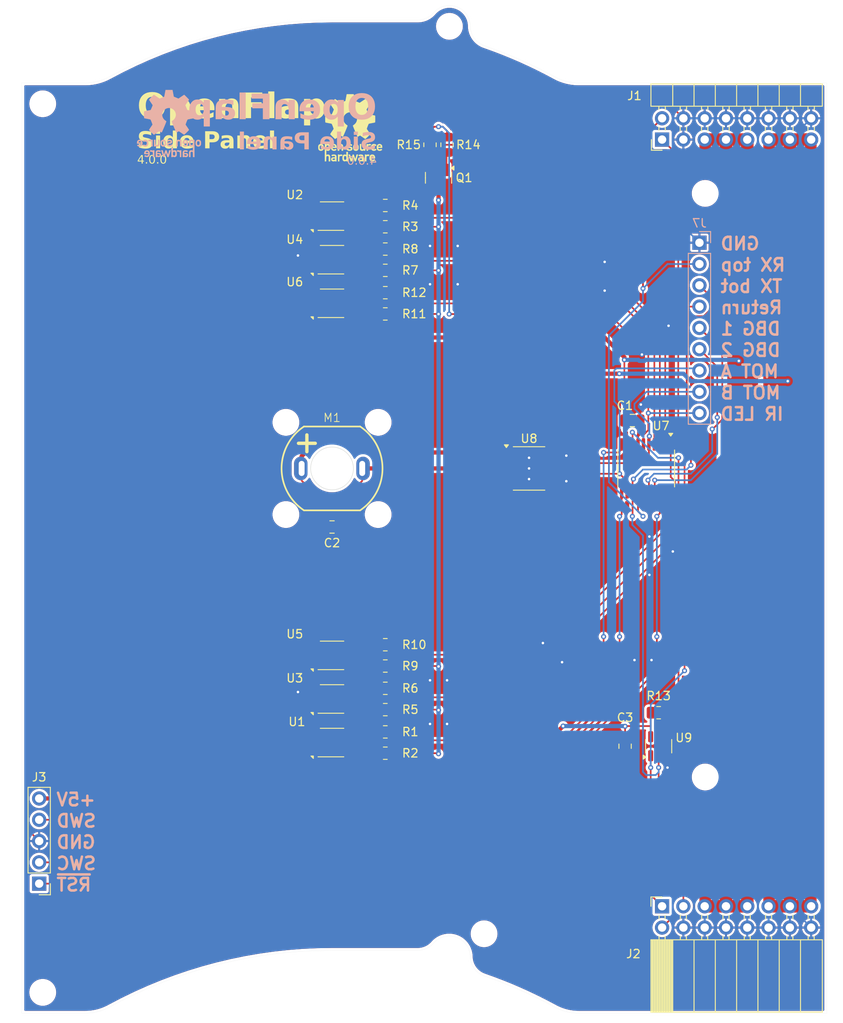
<source format=kicad_pcb>
(kicad_pcb (version 20240108) (generator "pcbnew") (generator_version "8.0")
  (title_block (title "Side Panel") (date "2024-08-03") (rev "4.0.0") (company "OpenFlap") (comment 1 "Designer: Toon Van Eyck"))
  (layers (0 "F.Cu" signal) (31 "B.Cu" signal) (34 "B.Paste" user) (35 "F.Paste" user) (36 "B.SilkS" user "B.Silkscreen") (37 "F.SilkS" user "F.Silkscreen") (38 "B.Mask" user) (39 "F.Mask" user) (44 "Edge.Cuts" user))
  (net 0 "")
  (net 1 "+12V")
  (net 2 "/RX Top")
  (net 3 "/Data Return Path")
  (net 4 "/Column End")
  (net 5 "/TX Bottom")
  (net 6 "/SWC")
  (net 7 "/~{RST}")
  (net 8 "/SWD")
  (net 9 "/Motor IN_B")
  (net 10 "Net-(M1--)")
  (net 11 "Net-(M1-+)")
  (net 12 "/Debug Pin 1")
  (net 13 "/Debug Pin 2")
  (net 14 "Net-(U1-K)")
  (net 16 "/Motor IN_A")
  (net 17 "Net-(Q1-D)")
  (net 18 "+5V")
  (net 19 "/IR Sens Ch 1")
  (net 20 "Net-(Q1-G)")
  (net 21 "Net-(U2-K)")
  (net 22 "/IR Sens Ch 2")
  (net 23 "Net-(U3-K)")
  (net 24 "/IR Sens Ch 3")
  (net 25 "Net-(U4-K)")
  (net 26 "/IR Sens Ch 4")
  (net 27 "Net-(U5-K)")
  (net 28 "/IR Sens Ch 5")
  (net 29 "Net-(U6-K)")
  (net 30 "/IR Sens Ch 6")
  (net 31 "GND")
  (net 32 "/IR Sense LED")
  (footprint "Resistor_SMD:R_0805_2012Metric" (layer "F.Cu") (at 108.628 93.574204 -90)
    (property "Reference" "R15")
    (property "Value" "20K")
  )
  (footprint "OptoDevice:OnSemi_CASE100CY" (layer "F.Cu") (at 96.944 107.282204 90)
    (property "Reference" "U4")
    (property "Value" "QRE1113GR")
  )
  (footprint "Resistor_SMD:R_0805_2012Metric" (layer "F.Cu") (at 103.294 108.552204 180)
    (property "Reference" "R7")
    (property "Value" "100R")
  )
  (footprint "MountingHole:MountingHole_2.7mm_M2.5_ISO14580" (layer "F.Cu") (at 141.444 99.372204)
    (property "Reference" "H3" (hide yes))
    (property "Value" "MountingHole" (hide yes))
  )
  (footprint "Package_TO_SOT_SMD:SOT-23" (layer "F.Cu") (at 109.644 97.511204 -90)
    (property "Reference" "Q1")
    (property "Value" "AP2302B")
  )
  (footprint "Resistor_SMD:R_0805_2012Metric" (layer "F.Cu") (at 103.294 155.752204 180)
    (property "Reference" "R9")
    (property "Value" "100R")
  )
  (footprint "MountingHole:MountingHole_2.7mm_M2.5_ISO14580" (layer "F.Cu") (at 110.944 79.442204)
    (property "Reference" "H2" (hide yes))
    (property "Value" "MountingHole" (hide yes))
  )
  (footprint "Symbol:OSHW-Logo_7.5x8mm_SilkScreen" (layer "F.Cu") (at 99.103 91.542204)
    (property "Reference" "OSHW-LOGO-2" (hide yes))
    (property "Value" "OSHW-Logo_7.5x8mm_SilkScreen" (hide yes))
  )
  (footprint "GA12-N20:GA12-N20 Motor Vertical" (layer "F.Cu") (at 96.944 132.182204)
    (property "Reference" "M1")
    (property "Value" "GA12-N20 12V 100rpm")
    (fp_circle (center 0 0) (end 2.55 0) (stroke (width 0.05)) (fill none) (layer "Edge.Cuts"))
  )
  (footprint "Resistor_SMD:R_0805_2012Metric" (layer "F.Cu") (at 103.294 103.352204 180)
    (property "Reference" "R3")
    (property "Value" "100R")
  )
  (footprint "Resistor_SMD:R_0805_2012Metric" (layer "F.Cu") (at 103.294 166.152204 180)
    (property "Reference" "R2")
    (property "Value" "100R")
  )
  (footprint "MountingHole:MountingHole_2.7mm_M2.5_ISO14580" (layer "F.Cu") (at 62.444 88.682204)
    (property "Reference" "H1" (hide yes))
    (property "Value" "MountingHole" (hide yes))
  )
  (footprint "MountingHole:MountingHole_2.7mm_M2.5_ISO14580" (layer "F.Cu") (at 62.444 194.682204)
    (property "Reference" "H6" (hide yes))
    (property "Value" "MountingHole" (hide yes))
  )
  (footprint "Resistor_SMD:R_0805_2012Metric" (layer "F.Cu") (at 135.894 161.319704 180)
    (property "Reference" "R13")
    (property "Value" "20K")
  )
  (footprint "Connector_PinHeader_2.54mm:PinHeader_2x08_P2.54mm_Horizontal" (layer "F.Cu") (at 136.304 92.952204 90)
    (property "Reference" "J1")
    (property "Value" "Top Connector")
  )
  (footprint "OptoDevice:OnSemi_CASE100CY" (layer "F.Cu") (at 96.944 159.682204 90)
    (property "Reference" "U3")
    (property "Value" "QRE1113GR")
  )
  (footprint "Connector_PinSocket_2.54mm:PinSocket_2x08_P2.54mm_Horizontal" (layer "F.Cu") (at 136.304 184.412204 90)
    (property "Reference" "J2")
    (property "Value" "Bottom Connecor")
  )
  (footprint "OptoDevice:OnSemi_CASE100CY" (layer "F.Cu") (at 96.944 164.882204 90)
    (property "Reference" "U1")
    (property "Value" "QRE1113GR")
  )
  (footprint "Resistor_SMD:R_0805_2012Metric" (layer "F.Cu") (at 110.66 93.574204 -90)
    (property "Reference" "R14")
    (property "Value" "100R")
  )
  (footprint "Package_TO_SOT_SMD:SOT-23-5" (layer "F.Cu") (at 135.894 165.319704 90)
    (property "Reference" "U9")
    (property "Value" "74LVC1G66")
  )
  (footprint "Resistor_SMD:R_0805_2012Metric" (layer "F.Cu") (at 103.294 106.012204 180)
    (property "Reference" "R8")
    (property "Value" "20K")
  )
  (footprint "OptoDevice:OnSemi_CASE100CY" (layer "F.Cu") (at 96.944 154.482204 90)
    (property "Reference" "U5")
    (property "Value" "QRE1113GR" (hide yes))
  )
  (footprint "Package_SO:SOP-8_3.76x4.96mm_P1.27mm" (layer "F.Cu") (at 120.439 132.182204)
    (property "Reference" "U8")
    (property "Value" "L9110S")
  )
  (footprint "Resistor_SMD:R_0805_2012Metric" (layer "F.Cu") (at 103.294 100.812204 180)
    (property "Reference" "R4")
    (property "Value" "20K")
  )
  (footprint "Connector_PinHeader_2.54mm:PinHeader_1x05_P2.54mm_Vertical" (layer "F.Cu") (at 62.019 181.712204 180)
    (property "Reference" "J3")
    (property "Value" "Conn_01x05")
  )
  (footprint "MountingHole:MountingHole_2.7mm_M2.5_ISO14580" (layer "F.Cu") (at 115.074 187.692204)
    (property "Reference" "H5" (hide yes))
    (property "Value" "MountingHole" (hide yes))
  )
  (footprint "Resistor_SMD:R_0805_2012Metric" (layer "F.Cu") (at 103.294 160.952204 180)
    (property "Reference" "R5")
    (property "Value" "100R")
  )
  (footprint "Resistor_SMD:R_0805_2012Metric" (layer "F.Cu") (at 103.294 111.212204 180)
    (property "Reference" "R12")
    (property "Value" "20K")
  )
  (footprint "MountingHole:MountingHole_2.7mm_M2.5_ISO14580" (layer "F.Cu") (at 102.444 137.682204)
    (property "Reference" "H10" (hide yes))
    (property "Value" "MountingHole" (hide yes))
  )
  (footprint "MountingHole:MountingHole_2.7mm_M2.5_ISO14580" (layer "F.Cu") (at 91.444 137.682204)
    (property "Reference" "H8" (hide yes))
    (property "Value" "MountingHole" (hide yes))
  )
  (footprint "MountingHole:MountingHole_2.7mm_M2.5_ISO14580" (layer "F.Cu") (at 102.444 126.682204)
    (property "Reference" "H7" (hide yes))
    (property "Value" "MountingHole" (hide yes))
  )
  (footprint "OptoDevice:OnSemi_CASE100CY" (layer "F.Cu") (at 96.944 102.082204 90)
    (property "Reference" "U2")
    (property "Value" "QRE1113GR")
  )
  (footprint "Resistor_SMD:R_0805_2012Metric" (layer "F.Cu") (at 103.294 163.612204 180)
    (property "Reference" "R1")
    (property "Value" "20K")
  )
  (footprint "MountingHole:MountingHole_2.7mm_M2.5_ISO14580" (layer "F.Cu") (at 91.444 126.682204)
    (property "Reference" "H9" (hide yes))
    (property "Value" "MountingHole" (hide yes))
  )
  (footprint "Resistor_SMD:R_0805_2012Metric" (layer "F.Cu") (at 103.294 158.412204 180)
    (property "Reference" "R6")
    (property "Value" "20K")
  )
  (footprint "Package_SO:TSSOP-20_4.4x6.5mm_P0.65mm" (layer "F.Cu") (at 134.409 132.182204 -90)
    (property "Reference" "U7")
    (property "Value" "PY32F003F1xPx")
  )
  (footprint "Resistor_SMD:R_0805_2012Metric" (layer "F.Cu") (at 103.294 153.212204 180)
    (property "Reference" "R10")
    (property "Value" "20K")
  )
  (footprint "Capacitor_SMD:C_0805_2012Metric" (layer "F.Cu") (at 132.758 126.467204)
    (property "Reference" "C1")
    (property "Value" "100nF")
  )
  (footprint "Capacitor_SMD:C_0805_2012Metric" (layer "F.Cu") (at 96.944 139.167204)
    (property "Reference" "C2")
    (property "Value" "100nF")
  )
  (footprint "Capacitor_SMD:C_0805_2012Metric" (layer "F.Cu") (at 131.894 165.319704 -90)
    (property "Reference" "C3")
    (property "Value" "100nF")
  )
  (footprint "Resistor_SMD:R_0805_2012Metric" (layer "F.Cu") (at 103.294 113.752204 180)
    (property "Reference" "R11")
    (property "Value" "100R")
  )
  (footprint "MountingHole:MountingHole_2.7mm_M2.5_ISO14580" (layer "F.Cu") (at 141.444 168.992204)
    (property "Reference" "H4" (hide yes))
    (property "Value" "MountingHole" (hide yes))
  )
  (footprint "OptoDevice:OnSemi_CASE100CY" (layer "F.Cu") (at 96.944 112.482204 90)
    (property "Reference" "U6")
    (property "Value" "QRE1113GR" (hide yes))
  )
  (footprint "Connector_PinHeader_2.54mm:PinHeader_1x09_P2.54mm_Vertical" (layer "B.Cu") (at 140.759 105.258204 180)
    (property "Reference" "J7")
    (property "Value" "Conn_01x09")
  )
  (footprint "Symbol:OSHW-Logo_7.5x8mm_SilkScreen" (layer "B.Cu") (at 77.513 91.034204 180)
    (property "Reference" "OSHW-LOGO-1" (hide yes))
    (property "Value" "OSHW-Logo_7.5x8mm_SilkScreen" (hide yes))
  )
  (gr_arc (start 96.944 147.803204) (mid 81.323 132.182204) (end 96.944 116.561204) (stroke (width 0.5)) (layer "F.Cu") (net 18))
  (gr_poly (pts (xy 111.052923 76.946438) (xy 111.24094 76.961757) (xy 111.428538 76.9915) (xy 111.614933 77.035872) (xy 111.799343 77.095077) (xy 111.978646 77.168305) (xy 112.149933 77.254171) (xy 112.312735 77.352014) (xy 112.466583 77.461173) (xy 112.611008 77.580988) (xy 112.745543 77.710798) (xy 112.869718 77.849943) (xy 112.983065 77.997761) (xy 113.085116 78.153592) (xy 113.175401 78.316777) (xy 113.253452 78.486653) (xy 113.318801 78.662561) (xy 113.370979 78.843839) (xy 113.409518 79.029828) (xy 113.433948 79.219867) (xy 113.443802 79.413295) (xy 113.446942 79.511706) (xy 113.453885 79.609321) (xy 113.464567 79.706055) (xy 113.478927 79.801823) (xy 113.496905 79.896538) (xy 113.518438 79.990116) (xy 113.543464 80.082472) (xy 113.571923 80.17352) (xy 113.603753 80.263175) (xy 113.638893 80.351351) (xy 113.677279 80.437964) (xy 113.718853 80.522927) (xy 113.763551 80.606156) (xy 113.811312 80.687566) (xy 113.862076 80.76707) (xy 113.915779 80.844584) (xy 113.972361 80.920022) (xy 114.03176 80.9933) (xy 114.093915 81.064331) (xy 114.158765 81.133031) (xy 114.226246 81.199313) (xy 114.2963 81.263094) (xy 114.368862 81.324287) (xy 114.443873 81.382807) (xy 114.52127 81.438569) (xy 114.600993 81.491488) (xy 114.682979 81.541478) (xy 114.767167 81.588453) (xy 114.853496 81.63233) (xy 114.941903 81.673022) (xy 115.032329 81.710443) (xy 115.12471 81.74451) (xy 116.204551 82.131449) (xy 117.275823 82.540488) (xy 118.338189 82.971478) (xy 119.391314 83.424271) (xy 120.434864 83.898718) (xy 121.468501 84.394671) (xy 122.491892 84.911981) (xy 123.504699 85.4505) (xy 123.671095 85.53784) (xy 123.83985 85.619789) (xy 124.010832 85.696315) (xy 124.18391 85.767382) (xy 124.358951 85.832958) (xy 124.535822 85.893009) (xy 124.714392 85.9475) (xy 124.894528 85.996398) (xy 125.076098 86.03967) (xy 125.258969 86.077282) (xy 125.44301 86.1092) (xy 125.628087 86.13539) (xy 125.81407 86.155819) (xy 126.000824 86.170453) (xy 126.188219 86.179258) (xy 126.376121 86.1822) (xy 155.944 86.1822) (xy 155.944 197.182204) (xy 126.376098 197.182204) (xy 126.188197 197.179262) (xy 126.000804 197.170457) (xy 125.814051 197.155823) (xy 125.62807 197.135394) (xy 125.442994 197.109204) (xy 125.258955 197.077286) (xy 125.076084 197.039674) (xy 124.894516 196.996402) (xy 124.714381 196.947503) (xy 124.535812 196.893012) (xy 124.358941 196.832961) (xy 124.183901 196.767385) (xy 124.010824 196.696317) (xy 123.839842 196.619791) (xy 123.671087 196.53784) (xy 123.504692 196.4505) (xy 122.488951 195.910465) (xy 121.462564 195.391761) (xy 120.425869 194.894538) (xy 119.379208 194.418946) (xy 118.32292 193.965136) (xy 117.257345 193.533258) (xy 116.182823 193.123463) (xy 115.099693 192.7359) (xy 114.917976 192.664977) (xy 114.744206 192.581122) (xy 114.578868 192.485001) (xy 114.42245 192.377283) (xy 114.275438 192.258638) (xy 114.138317 192.129734) (xy 114.011574 191.991238) (xy 113.895695 191.843821) (xy 113.791165 191.688149) (xy 113.698472 191.524892) (xy 113.618102 191.354719) (xy 113.550539 191.178297) (xy 113.496272 190.996296) (xy 113.455785 190.809383) (xy 113.429565 190.618228) (xy 113.418098 190.423499) (xy 113.414318 190.32708) (xy 113.406889 190.231439) (xy 113.39587 190.136656) (xy 113.381318 190.042812) (xy 113.36329 189.949988) (xy 113.341846 189.858265) (xy 113.317042 189.767723) (xy 113.288936 189.678443) (xy 113.257586 189.590506) (xy 113.22305 189.503993) (xy 113.185385 189.418985) (xy 113.14465 189.335562) (xy 113.100902 189.253805) (xy 113.054199 189.173795) (xy 113.004598 189.095612) (xy 112.952157 189.019339) (xy 112.896935 188.945054) (xy 112.838989 188.87284) (xy 112.778376 188.802776) (xy 112.715155 188.734944) (xy 112.649383 188.669424) (xy 112.581118 188.606298) (xy 112.510417 188.545646) (xy 112.437339 188.487548) (xy 112.361942 188.432086) (xy 112.284282 188.379341) (xy 112.204419 188.329392) (xy 112.122409 188.282322) (xy 112.03831 188.23821) (xy 111.95218 188.197138) (xy 111.864077 188.159185) (xy 111.774059 188.124434) (xy 111.682775 188.093161) (xy 111.590899 188.06557) (xy 111.498528 188.041638) (xy 111.405757 188.02134) (xy 111.312684 188.004651) (xy 111.219403 187.991545) (xy 111.032606 187.975989) (xy 110.846135 187.974473) (xy 110.660761 187.9868) (xy 110.477252 188.012771) (xy 110.296378 188.05219) (xy 110.118909 188.104858) (xy 109.945614 188.170577) (xy 109.777263 188.249149) (xy 109.614626 188.340378) (xy 109.458471 188.444065) (xy 109.383065 188.500518) (xy 109.309568 188.560012) (xy 109.238077 188.622521) (xy 109.168687 188.688021) (xy 109.101496 188.756487) (xy 109.036598 188.827895) (xy 108.945151 188.926956) (xy 108.849009 189.020474) (xy 108.748431 189.108333) (xy 108.643674 189.190416) (xy 108.534997 189.266605) (xy 108.422658 189.336784) (xy 108.306914 189.400834) (xy 108.188024 189.45864) (xy 108.066246 189.510084) (xy 107.941839 189.555048) (xy 107.815059 189.593415) (xy 107.686166 189.625069) (xy 107.555417 189.649892) (xy 107.42307 189.667767) (xy 107.289384 189.678577) (xy 107.154617 189.682204) (xy 96.943996 189.682204) (xy 95.2059 189.709422) (xy 93.4725 189.790869) (xy 91.745021 189.926233) (xy 90.024684 190.115201) (xy 88.312716 190.357463) (xy 86.610338 190.652706) (xy 84.918776 191.000618) (xy 83.239252 191.400888) (xy 81.57299 191.853203) (xy 79.921215 192.357253) (xy 78.28515 192.912724) (xy 76.666018 193.519306) (xy 75.065044 194.176686) (xy 73.48345 194.884553) (xy 71.922462 195.642595) (xy 70.383303 196.4505) (xy 70.383301 196.450515) (xy 70.216905 196.537856) (xy 70.048149 196.619805) (xy 69.877166 196.69633) (xy 69.704088 196.767397) (xy 69.529046 196.832972) (xy 69.352174 196.893022) (xy 69.173604 196.947512) (xy 68.993468 196.996409) (xy 68.811898 197.03968) (xy 68.629026 197.077291) (xy 68.444986 197.109207) (xy 68.259908 197.135397) (xy 68.073926 197.155824) (xy 67.887172 197.170457) (xy 67.699777 197.179262) (xy 67.511875 197.182204) (xy 59.944 197.182204) (xy 59.944 86.1822) (xy 67.511902 86.1822) (xy 67.699802 86.179257) (xy 67.887195 86.170452) (xy 68.073948 86.155817) (xy 68.259928 86.135388) (xy 68.445004 86.109198) (xy 68.629044 86.077279) (xy 68.811914 86.039667) (xy 68.993483 85.996395) (xy 69.173618 85.947496) (xy 69.352187 85.893005) (xy 69.529059 85.832954) (xy 69.704099 85.767379) (xy 69.877177 85.696311) (xy 70.04816 85.619786) (xy 70.216916 85.537836) (xy 70.383312 85.450496) (xy 71.922471 84.642592) (xy 73.483459 83.884551) (xy 75.065052 83.176684) (xy 76.666026 82.519304) (xy 78.285158 81.912723) (xy 79.921223 81.357251) (xy 81.572998 80.853202) (xy 83.239259 80.400887) (xy 84.918783 80.000617) (xy 86.610345 79.652704) (xy 88.312722 79.357461) (xy 90.02469 79.1152) (xy 91.745026 78.926231) (xy 93.472505 78.790867) (xy 95.205905 78.709419) (xy 96.944 78.6822) (xy 107.154602 78.6822) (xy 107.290627 78.678503) (xy 107.42554 78.66749) (xy 107.559077 78.649284) (xy 107.690971 78.624004) (xy 107.82096 78.591774) (xy 107.948777 78.552714) (xy 108.074159 78.506946) (xy 108.19684 78.454591) (xy 108.316556 78.39577) (xy 108.433042 78.330606) (xy 108.546033 78.259219) (xy 108.655265 78.181731) (xy 108.760472 78.098264) (xy 108.86139 78.008938) (xy 108.957755 77.913875) (xy 109.049301 77.813197) (xy 109.18122 77.671389) (xy 109.322123 77.54155) (xy 109.471228 77.423883) (xy 109.62775 77.318595) (xy 109.790906 77.225888) (xy 109.959913 77.145969) (xy 110.133986 77.079041) (xy 110.312341 77.02531) (xy 110.494197 76.984979) (xy 110.678768 76.958254) (xy 110.865271 76.945338)) (stroke (width 0.01)) (fill none) (layer "Edge.Cuts"))
  (gr_text "MOT A" (at 143.1212 121.488804 0) (layer "B.SilkS") (effects (font (size 1.5 1.5) (thickness 0.3) (bold yes)) (justify right bottom mirror)))
  (gr_text "GND" (at 63.924 177.648204 0) (layer "B.SilkS") (effects (font (size 1.5 1.5) (thickness 0.3) (bold yes)) (justify right bottom mirror)))
  (gr_text "${COMPANY}" (at 102.278 91.034204 0) (layer "B.SilkS") (effects (font (size 3 3) (thickness 0.3) (bold yes)) (justify left bottom mirror)))
  (gr_text "SWC" (at 63.924 180.188204 0) (layer "B.SilkS") (effects (font (size 1.5 1.5) (thickness 0.3) (bold yes)) (justify right bottom mirror)))
  (gr_text "IR LED" (at 143.1212 126.568804 0) (layer "B.SilkS") (effects (font (size 1.5 1.5) (thickness 0.3) (bold yes)) (justify right bottom mirror)))
  (gr_text "TX bot" (at 143.1212 111.328804 0) (layer "B.SilkS") (effects (font (size 1.5 1.5) (thickness 0.3) (bold yes)) (justify right bottom mirror)))
  (gr_text "SWD" (at 63.924 175.108204 0) (layer "B.SilkS") (effects (font (size 1.5 1.5) (thickness 0.3) (bold yes)) (justify right bottom mirror)))
  (gr_text "MOT B" (at 143.1212 124.028804 0) (layer "B.SilkS") (effects (font (size 1.5 1.5) (thickness 0.3) (bold yes)) (justify right bottom mirror)))
  (gr_text "DBG 1" (at 143.1212 116.408804 0) (layer "B.SilkS") (effects (font (size 1.5 1.5) (thickness 0.3) (bold yes)) (justify right bottom mirror)))
  (gr_text "DBG 2" (at 143.1212 118.948804 0) (layer "B.SilkS") (effects (font (size 1.5 1.5) (thickness 0.3) (bold yes)) (justify right bottom mirror)))
  (gr_text "${TITLE}\n" (at 102.278 94.463204 0) (layer "B.SilkS") (effects (font (size 2 2) (thickness 0.3) (bold yes)) (justify left bottom mirror)))
  (gr_text "+5V" (at 63.924 172.568204 0) (layer "B.SilkS") (effects (font (size 1.5 1.5) (thickness 0.3) (bold yes)) (justify right bottom mirror)))
  (gr_text "${REVISION}" (at 102.278 96.114204 0) (layer "B.SilkS") (effects (font (size 1 1) (thickness 0.125)) (justify left bottom mirror)))
  (gr_text "~{RST}" (at 63.924 182.728204 0) (layer "B.SilkS") (effects (font (size 1.5 1.5) (thickness 0.3) (bold yes)) (justify right bottom mirror)))
  (gr_text "GND" (at 143.1212 106.248804 0) (layer "B.SilkS") (effects (font (size 1.5 1.5) (thickness 0.3) (bold yes)) (justify right bottom mirror)))
  (gr_text "RX top" (at 143.1212 108.788804 0) (layer "B.SilkS") (effects (font (size 1.5 1.5) (thickness 0.3) (bold yes)) (justify right bottom mirror)))
  (gr_text "Return" (at 143.1212 113.868804 0) (layer "B.SilkS") (effects (font (size 1.5 1.5) (thickness 0.3) (bold yes)) (justify right bottom mirror)))
  (gr_text "${COMPANY}" (at 73.703 90.907204 0) (layer "F.SilkS") (effects (font (size 3 3) (thickness 0.3) (bold yes)) (justify left bottom)))
  (gr_text "${REVISION}" (at 73.703 95.987204 0) (layer "F.SilkS") (effects (font (size 1 1) (thickness 0.125)) (justify left bottom)))
  (gr_text "${TITLE}\n" (at 73.703 94.336204 0) (layer "F.SilkS") (effects (font (size 2 2) (thickness 0.3) (bold yes)) (justify left bottom)))
  (segment (start 119.677 125.832204) (end 124.63 120.879204) (width 0.5) (layer "F.Cu") (net 1))
  (segment (start 151.29 121.016204) (end 151.554 120.752204) (width 0.2) (layer "F.Cu") (net 1))
  (segment (start 151.544 120.742204) (end 151.544 92.952204) (width 0.2) (layer "F.Cu") (net 1))
  (segment (start 151.544 184.412204) (end 151.544 122.022204) (width 0.2) (layer "F.Cu") (net 1))
  (segment (start 151.544 92.952204) (end 154.084 92.952204) (width 0.2) (layer "F.Cu") (net 1))
  (segment (start 117.9015 131.547204) (end 119.677 131.547204) (width 0.5) (layer "F.Cu") (net 1))
  (segment (start 117.9015 132.817204) (end 119.677 132.817204) (width 0.5) (layer "F.Cu") (net 1))
  (segment (start 119.677 131.547204) (end 119.677 125.832204) (width 0.5) (layer "F.Cu") (net 1))
  (segment (start 154.084 184.412204) (end 151.544 184.412204) (width 0.2) (layer "F.Cu") (net 1))
  (segment (start 149.004 184.412204) (end 151.544 184.412204) (width 0.2) (layer "F.Cu") (net 1))
  (segment (start 151.29 121.768204) (end 151.29 121.016204) (width 0.2) (layer "F.Cu") (net 1))
  (segment (start 124.63 120.879204) (end 131.208 120.879204) (width 0.5) (layer "F.Cu") (net 1))
  (segment (start 151.554 120.752204) (end 151.544 120.742204) (width 0.2) (layer "F.Cu") (net 1))
  (segment (start 119.677 132.817204) (end 119.677 131.547204) (width 0.5) (layer "F.Cu") (net 1))
  (segment (start 149.004 92.952204) (end 151.544 92.952204) (width 0.2) (layer "F.Cu") (net 1))
  (segment (start 151.544 122.022204) (end 151.29 121.768204) (width 0.2) (layer "F.Cu") (net 1))
  (via (at 151.29 121.768204) (size 0.6) (drill 0.3) (layers "F.Cu" "B.Cu") (net 1))
  (via (at 131.208 120.879204) (size 0.6) (drill 0.3) (layers "F.Cu" "B.Cu") (net 1))
  (segment (start 140.378 121.768204) (end 139.743 121.768204) (width 0.5) (layer "B.Cu") (net 1))
  (segment (start 141.285052 121.768204) (end 140.378 121.768204) (width 0.44) (layer "B.Cu") (net 1))
  (segment (start 141.14 121.768204) (end 151.144948 121.768204) (width 0.5) (layer "B.Cu") (net 1))
  (segment (start 139.743 121.768204) (end 138.854 120.879204) (width 0.5) (layer "B.Cu") (net 1))
  (segment (start 138.854 120.879204) (end 131.208 120.879204) (width 0.5) (layer "B.Cu") (net 1))
  (segment (start 136.304 90.412204) (end 136.304 90.516204) (width 0.2) (layer "F.Cu") (net 2))
  (segment (start 134.028 137.897204) (end 133.434 137.303204) (width 0.2) (layer "F.Cu") (net 2))
  (segment (start 133.434 137.303204) (end 133.434 135.044704) (width 0.2) (layer "F.Cu") (net 2))
  (segment (start 134.028 110.719204) (end 134.028 92.688204) (width 0.2) (layer "F.Cu") (net 2))
  (segment (start 134.028 92.688204) (end 136.304 90.412204) (width 0.2) (layer "F.Cu") (net 2))
  (segment (start 136.304 90.516204) (end 136.314 90.526204) (width 0.2) (layer "F.Cu") (net 2))
  (via (at 134.028 137.897204) (size 0.6) (drill 0.3) (layers "F.Cu" "B.Cu") (net 2))
  (via (at 134.028 110.719204) (size 0.6) (drill 0.3) (layers "F.Cu" "B.Cu") (net 2))
  (segment (start 129.964 116.307204) (end 129.964 133.833204) (width 0.2) (layer "B.Cu") (net 2))
  (segment (start 140.759 107.798204) (end 136.949 107.798204) (width 0.2) (layer "B.Cu") (net 2))
  (segment (start 136.949 107.798204) (end 134.028 110.719204) (width 0.2) (layer "B.Cu") (net 2))
  (segment (start 134.028 110.719204) (end 134.028 112.243204) (width 0.2) (layer "B.Cu") (net 2))
  (segment (start 129.964 133.833204) (end 134.028 137.897204) (width 0.2) (layer "B.Cu") (net 2))
  (segment (start 134.028 112.243204) (end 129.964 116.307204) (width 0.2) (layer "B.Cu") (net 2))
  (segment (start 138.234 112.878204) (end 138.234 115.418204) (width 0.2) (layer "F.Cu") (net 3))
  (segment (start 134.944 166.457204) (end 134.944 183.052204) (width 0.2) (layer "F.Cu") (net 3))
  (segment (start 140.759 112.878204) (end 138.234 112.878204) (width 0.2) (layer "F.Cu") (net 3))
  (segment (start 136.304 92.952204) (end 138.234 94.882204) (width 0.2) (layer "F.Cu") (net 3))
  (segment (start 138.981 130.404204) (end 138.981 156.312204) (width 0.2) (layer "F.Cu") (net 3))
  (segment (start 138.234 115.418204) (end 138.234 129.657204) (width 0.2) (layer "F.Cu") (net 3))
  (segment (start 138.234 94.882204) (end 138.234 112.878204) (width 0.2) (layer "F.Cu") (net 3))
  (segment (start 138.234 129.657204) (end 138.981 130.404204) (width 0.2) (layer "F.Cu") (net 3))
  (segment (start 134.944 183.052204) (end 136.304 184.412204) (width 0.2) (layer "F.Cu") (net 3))
  (via (at 134.944 167.869204) (size 0.6) (drill 0.3) (layers "F.Cu" "B.Cu") (net 3))
  (via (at 138.981 156.312204) (size 0.6) (drill 0.3) (layers "F.Cu" "B.Cu") (net 3))
  (segment (start 134.944 160.349204) (end 134.944 167.869204) (width 0.2) (layer "B.Cu") (net 3))
  (segment (start 138.981 156.312204) (end 134.944 160.349204) (width 0.2) (layer "B.Cu") (net 3))
  (segment (start 136.844 162.916204) (end 136.844 162.789204) (width 0.2) (layer "F.Cu") (net 4))
  (segment (start 138.844 181.829204) (end 138.844 184.412204) (width 0.2) (layer "F.Cu") (net 4))
  (segment (start 136.844 161.357204) (end 136.8065 161.319704) (width 0.2) (layer "F.Cu") (net 4))
  (segment (start 138.262695 181.247899) (end 138.844 181.829204) (width 0.2) (layer "F.Cu") (net 4))
  (segment (start 136.844 162.789204) (end 136.844 161.357204) (width 0.2) (layer "F.Cu") (net 4))
  (segment (start 138.262695 130.912204) (end 138.262695 162.789204) (width 0.2) (layer "F.Cu") (net 4))
  (segment (start 136.844 164.182204) (end 136.844 162.916204) (width 0.2) (layer "F.Cu") (net 4))
  (segment (start 138.262695 162.789204) (end 138.262695 181.247899) (width 0.2) (layer "F.Cu") (net 4))
  (segment (start 132.784 129.319704) (end 132.784 127.890204) (width 0.2) (layer "F.Cu") (net 4))
  (segment (start 136.844 162.789204) (end 138.262695 162.789204) (width 0.2) (layer "F.Cu") (net 4))
  (segment (start 138.262695 130.912204) (end 138.346 130.995509) (width 0.2) (layer "F.Cu") (net 4))
  (segment (start 132.784 127.890204) (end 132.758 127.864204) (width 0.2) (layer "F.Cu") (net 4))
  (via (at 132.758 127.864204) (size 0.6) (drill 0.3) (layers "F.Cu" "B.Cu") (net 4))
  (via (at 138.262695 130.912204) (size 0.6) (drill 0.3) (layers "F.Cu" "B.Cu") (net 4))
  (segment (start 135.806 130.912204) (end 132.758 127.864204) (width 0.2) (layer "B.Cu") (net 4))
  (segment (start 138.262695 130.912204) (end 135.806 130.912204) (width 0.2) (layer "B.Cu") (net 4))
  (segment (start 135.894 181.292204) (end 137.584 182.982204) (width 0.2) (layer "F.Cu") (net 5))
  (segment (start 139.736 114.028204) (end 141.26 114.028204) (width 0.2) (layer "F.Cu") (net 5))
  (segment (start 137.584 185.672204) (end 136.304 186.952204) (width 0.2) (layer "F.Cu") (net 5))
  (segment (start 139.743 131.801204) (end 139.743 130.404204) (width 0.2) (layer "F.Cu") (net 5))
  (segment (start 132.784 135.044704) (end 132.784 137.871204) (width 0.2) (layer "F.Cu") (net 5))
  (segment (start 142.156 111.735204) (end 140.759 110.338204) (width 0.2) (layer "F.Cu") (net 5))
  (segment (start 139.235 129.896204) (end 139.235 114.529204) (width 0.2) (layer "F.Cu") (net 5))
  (segment (start 132.784 133.553204) (end 132.885 133.452204) (width 0.2) (layer "F.Cu") (net 5))
  (segment (start 132.784 137.871204) (end 132.758 137.897204) (width 0.2) (layer "F.Cu") (net 5))
  (segment (start 141.26 114.028204) (end 142.156 113.132204) (width 0.2) (layer "F.Cu") (net 5))
  (segment (start 132.784 135.044704) (end 132.784 133.553204) (width 0.2) (layer "F.Cu") (net 5))
  (segment (start 135.894 166.457204) (end 135.894 181.292204) (width 0.2) (layer "F.Cu") (net 5))
  (segment (start 139.743 130.404204) (end 139.235 129.896204) (width 0.2) (layer "F.Cu") (net 5))
  (segment (start 142.156 113.132204) (end 142.156 111.735204) (width 0.2) (layer "F.Cu") (net 5))
  (segment (start 137.584 182.982204) (end 137.584 185.672204) (width 0.2) (layer "F.Cu") (net 5))
  (segment (start 139.235 114.529204) (end 139.736 114.028204) (width 0.2) (layer "F.Cu") (net 5))
  (via (at 132.885 133.452204) (size 0.6) (drill 0.3) (layers "F.Cu" "B.Cu") (net 5))
  (via (at 135.894 167.869204) (size 0.6) (drill 0.3) (layers "F.Cu" "B.Cu") (net 5))
  (via (at 139.743 131.801204) (size 0.6) (drill 0.3) (layers "F.Cu" "B.Cu") (net 5))
  (via (at 132.758 137.897204) (size 0.6) (drill 0.3) (layers "F.Cu" "B.Cu") (net 5))
  (segment (start 135.552 168.758204) (end 134.409 168.758204) (width 0.2) (layer "B.Cu") (net 5))
  (segment (start 132.758 138.913204) (end 132.758 137.897204) (width 0.2) (layer "B.Cu") (net 5))
  (segment (start 134.028 132.309204) (end 132.885 133.452204) (width 0.2) (layer "B.Cu") (net 5))
  (segment (start 134.028 140.183204) (end 132.758 138.913204) (width 0.2) (layer "B.Cu") (net 5))
  (segment (start 135.894 168.416204) (end 135.552 168.758204) (width 0.2) (layer "B.Cu") (net 5))
  (segment (start 139.235 132.309204) (end 134.028 132.309204) (width 0.2) (layer "B.Cu") (net 5))
  (segment (start 139.743 131.801204) (end 139.235 132.309204) (width 0.2) (layer "B.Cu") (net 5))
  (segment (start 135.894 167.869204) (end 135.894 168.416204) (width 0.2) (layer "B.Cu") (net 5))
  (segment (start 134.028 168.377204) (end 134.028 140.183204) (width 0.2) (layer "B.Cu") (net 5))
  (segment (start 134.409 168.758204) (end 134.028 168.377204) (width 0.2) (layer "B.Cu") (net 5))
  (segment (start 62.019 179.172204) (end 111.295 179.172204) (width 0.2) (layer "F.Cu") (net 6))
  (segment (start 131.234 137.897204) (end 131.484 137.647204) (width 0.2) (layer "F.Cu") (net 6))
  (segment (start 131.484 137.647204) (end 131.484 135.044704) (width 0.2) (layer "F.Cu") (net 6))
  (segment (start 111.295 179.172204) (end 131.234 159.233204) (width 0.2) (layer "F.Cu") (net 6))
  (segment (start 131.234 159.233204) (end 131.234 152.248204) (width 0.2) (layer "F.Cu") (net 6))
  (via (at 131.234 137.897204) (size 0.6) (drill 0.3) (layers "F.Cu" "B.Cu") (net 6))
  (via (at 131.234 152.248204) (size 0.6) (drill 0.3) (layers "F.Cu" "B.Cu") (net 6))
  (segment (start 131.234 152.248204) (end 131.234 137.897204) (width 0.2) (layer "B.Cu") (net 6))
  (segment (start 136.034 135.044704) (end 136.034 137.542204) (width 0.2) (layer "F.Cu") (net 7))
  (segment (start 136.034 137.542204) (end 135.679 137.897204) (width 0.2) (layer "F.Cu") (net 7))
  (segment (start 62.019 181.712204) (end 110.279 181.712204) (width 0.2) (layer "F.Cu") (net 7))
  (segment (start 110.279 181.712204) (end 135.679 156.312204) (width 0.2) (layer "F.Cu") (net 7))
  (segment (start 135.679 156.312204) (end 135.679 152.248204) (width 0.2) (layer "F.Cu") (net 7))
  (via (at 135.679 137.897204) (size 0.6) (drill 0.3) (layers "F.Cu" "B.Cu") (net 7))
  (via (at 135.679 152.248204) (size 0.6) (drill 0.3) (layers "F.Cu" "B.Cu") (net 7))
  (segment (start 135.679 137.897204) (end 135.679 152.248204) (width 0.2) (layer "B.Cu") (net 7))
  (segment (start 129.329 152.248204) (end 129.329 159.614204) (width 0.2) (layer "F.Cu") (net 8))
  (segment (start 129.329 159.614204) (end 114.851 174.092204) (width 0.2) (layer "F.Cu") (net 8))
  (segment (start 131.111 130.277204) (end 129.329 130.277204) (width 0.2) (layer "F.Cu") (net 8))
  (segment (start 131.484 129.904204) (end 131.111 130.277204) (width 0.2) (layer "F.Cu") (net 8))
  (segment (start 131.484 129.319704) (end 131.484 129.904204) (width 0.2) (layer "F.Cu") (net 8))
  (segment (start 114.851 174.092204) (end 62.019 174.092204) (width 0.2) (layer "F.Cu") (net 8))
  (via (at 129.329 152.248204) (size 0.6) (drill 0.3) (layers "F.Cu" "B.Cu") (net 8))
  (via (at 129.329 130.277204) (size 0.6) (drill 0.3) (layers "F.Cu" "B.Cu") (net 8))
  (segment (start 129.329 152.248204) (end 129.329 130.277204) (width 0.2) (layer "B.Cu") (net 8))
  (segment (start 124.503 131.547204) (end 133.774 131.547204) (width 0.2) (layer "F.Cu") (net 9))
  (segment (start 134.734 129.319704) (end 134.734 128.387731) (width 0.2) (layer "F.Cu") (net 9))
  (segment (start 124.503 131.547204) (end 122.9765 131.547204) (width 0.2) (layer "F.Cu") (net 9))
  (segment (start 133.774 131.547204) (end 134.734 130.587204) (width 0.2) (layer "F.Cu") (net 9))
  (segment (start 134.734 128.387731) (end 134.784 128.337731) (width 0.2) (layer "F.Cu") (net 9))
  (segment (start 134.734 130.587204) (end 134.734 129.319704) (width 0.2) (layer "F.Cu") (net 9))
  (via (at 134.784 128.337731) (size 0.6) (drill 0.3) (layers "F.Cu" "B.Cu") (net 9))
  (segment (start 133.012 125.070204) (end 133.012 124.475675) (width 0.2) (layer "B.Cu") (net 9))
  (segment (start 134.784 128.337731) (end 134.784 126.842204) (width 0.2) (layer "B.Cu") (net 9))
  (segment (start 134.449471 123.038204) (end 140.759 123.038204) (width 0.2) (layer "B.Cu") (net 9))
  (segment (start 133.012 124.475675) (end 134.449471 123.038204) (width 0.2) (layer "B.Cu") (net 9))
  (segment (start 134.784 126.842204) (end 133.012 125.070204) (width 0.2) (layer "B.Cu") (net 9))
  (segment (start 97.894 136.312204) (end 100.544 133.662204) (width 0.2) (layer "F.Cu") (net 10))
  (segment (start 114.724 132.182204) (end 100.544 132.182204) (width 0.5) (layer "F.Cu") (net 10))
  (segment (start 116.629 134.087204) (end 114.724 132.182204) (width 0.5) (layer "F.Cu") (net 10))
  (segment (start 117.9015 134.087204) (end 116.629 134.087204) (width 0.5) (layer "F.Cu") (net 10))
  (segment (start 97.894 139.167204) (end 97.894 136.312204) (width 0.2) (layer "F.Cu") (net 10))
  (segment (start 100.544 133.662204) (end 100.544 132.182204) (width 0.2) (layer "F.Cu") (net 10))
  (segment (start 95.994 136.312204) (end 93.319 133.637204) (width 0.2) (layer "F.Cu") (net 11))
  (segment (start 101.389 130.277204) (end 117.9015 130.277204) (width 0.5) (layer "F.Cu") (net 11))
  (segment (start 93.319 133.637204) (end 93.319 132.182204) (width 0.2) (layer "F.Cu") (net 11))
  (segment (start 93.319 130.727204) (end 95.039 129.007204) (width 0.5) (layer "F.Cu") (net 11))
  (segment (start 100.119 129.007204) (end 101.389 130.277204) (width 0.5) (layer "F.Cu") (net 11))
  (segment (start 95.994 139.167204) (end 95.994 136.312204) (width 0.2) (layer "F.Cu") (net 11))
  (segment (start 95.039 129.007204) (end 100.119 129.007204) (width 0.5) (layer "F.Cu") (net 11))
  (segment (start 93.319 132.182204) (end 93.319 130.727204) (width 0.5) (layer "F.Cu") (net 11))
  (segment (start 143.483 118.142204) (end 143.483 126.339735) (width 0.2) (layer "F.Cu") (net 12))
  (segment (start 140.759 115.418204) (end 143.483 118.142204) (width 0.2) (layer "F.Cu") (net 12))
  (segment (start 143.454265 126.36847) (end 142.339531 127.483204) (width 0.2) (layer "F.Cu") (net 12))
  (segment (start 143.483 126.339735) (end 143.454265 126.36847) (width 0.2) (layer "F.Cu") (net 12))
  (segment (start 134.734 133.688207) (end 134.624997 133.579204) (width 0.2) (layer "F.Cu") (net 12))
  (segment (start 142.339531 127.483204) (end 142.283 127.483204) (width 0.2) (layer "F.Cu") (net 12))
  (segment (start 134.734 135.044704) (end 134.734 133.688207) (width 0.2) (layer "F.Cu") (net 12))
  (via (at 142.283 127.483204) (size 0.6) (drill 0.3) (layers "F.Cu" "B.Cu") (net 12))
  (via (at 134.624997 133.579204) (size 0.6) (drill 0.3) (layers "F.Cu" "B.Cu") (net 12))
  (segment (start 134.624997 133.530678) (end 134.624997 133.579204) (width 0.2) (layer "B.Cu") (net 12))
  (segment (start 139.743 132.817204) (end 135.338471 132.817204) (width 0.2) (layer "B.Cu") (net 12))
  (segment (start 142.283 127.483204) (end 142.283 130.277204) (width 0.2) (layer "B.Cu") (net 12))
  (segment (start 135.338471 132.817204) (end 134.624997 133.530678) (width 0.2) (layer "B.Cu") (net 12))
  (segment (start 142.283 130.277204) (end 139.743 132.817204) (width 0.2) (layer "B.Cu") (net 12))
  (segment (start 142.883 126.091206) (end 142.883 120.082204) (width 0.2) (layer "F.Cu") (net 13))
  (segment (start 135.425 133.579204) (end 135.425 135.003704) (width 0.2) (layer "F.Cu") (net 13))
  (segment (start 142.883 120.082204) (end 140.759 117.958204) (width 0.2) (layer "F.Cu") (net 13))
  (segment (start 135.425 135.003704) (end 135.384 135.044704) (width 0.2) (layer "F.Cu") (net 13))
  (via (at 142.883 126.091206) (size 0.6) (drill 0.3) (layers "F.Cu" "B.Cu") (net 13))
  (via (at 135.425 133.579204) (size 0.6) (drill 0.3) (layers "F.Cu" "B.Cu") (net 13))
  (segment (start 142.791 130.531204) (end 142.883 130.439204) (width 0.2) (layer "B.Cu") (net 13))
  (segment (start 142.883 130.439204) (end 142.883 126.091206) (width 0.2) (layer "B.Cu") (net 13))
  (segment (start 135.806 133.579204) (end 139.743 133.579204) (width 0.2) (layer "B.Cu") (net 13))
  (segment (start 135.806 133.579204) (end 135.425 133.579204) (width 0.2) (layer "B.Cu") (net 13))
  (segment (start 139.743 133.579204) (end 142.791 130.531204) (width 0.2) (layer "B.Cu") (net 13))
  (segment (start 100.384 165.782204) (end 98.944 165.782204) (width 0.2) (layer "F.Cu") (net 14))
  (segment (start 100.754 166.152204) (end 100.384 165.782204) (width 0.2) (layer "F.Cu") (net 14))
  (segment (start 102.3815 166.152204) (end 100.754 166.152204) (width 0.2) (layer "F.Cu") (net 14))
  (segment (start 124.503 132.817204) (end 122.9765 132.817204) (width 0.2) (layer "F.Cu") (net 16))
  (segment (start 132.134 133.717204) (end 132.134 135.044704) (width 0.2) (layer "F.Cu") (net 16))
  (segment (start 124.503 132.817204) (end 131.234 132.817204) (width 0.2) (layer "F.Cu") (net 16))
  (segment (start 131.234 132.817204) (end 132.134 133.717204) (width 0.2) (layer "F.Cu") (net 16))
  (via (at 131.234 132.817204) (size 0.6) (drill 0.3) (layers "F.Cu" "B.Cu") (net 16))
  (segment (start 130.853 120.244204) (end 140.505 120.244204) (width 0.2) (layer "B.Cu") (net 16))
  (segment (start 140.505 120.244204) (end 140.759 120.498204) (width 0.2) (layer "B.Cu") (net 16))
  (segment (start 131.234 132.817204) (end 131.234 124.816204) (width 0.2) (layer "B.Cu") (net 16))
  (segment (start 130.608 124.190204) (end 130.608 120.489204) (width 0.2) (layer "B.Cu") (net 16))
  (segment (start 131.234 124.816204) (end 130.608 124.190204) (width 0.2) (layer "B.Cu") (net 16))
  (segment (start 130.608 120.489204) (end 130.853 120.244204) (width 0.2) (layer "B.Cu") (net 16))
  (segment (start 104.2065 155.752204) (end 109.592 155.752204) (width 0.2) (layer "F.Cu") (net 17))
  (segment (start 104.2065 113.752204) (end 109.629 113.752204) (width 0.2) (layer "F.Cu") (net 17))
  (segment (start 109.592 155.752204) (end 109.644 155.804204) (width 0.2) (layer "F.Cu") (net 17))
  (segment (start 109.644 103.353204) (end 109.643 103.352204) (width 0.2) (layer "F.Cu") (net 17))
  (segment (start 109.585 160.952204) (end 109.644 161.011204) (width 0.2) (layer "F.Cu") (net 17))
  (segment (start 109.636 108.552204) (end 109.644 108.560204) (width 0.2) (layer "F.Cu") (net 17))
  (segment (start 104.2065 166.152204) (end 109.578 166.152204) (width 0.2) (layer "F.Cu") (net 17))
  (segment (start 109.643 103.352204) (end 104.2065 103.352204) (width 0.2) (layer "F.Cu") (net 17))
  (segment (start 104.2065 108.552204) (end 109.636 108.552204) (width 0.2) (layer "F.Cu") (net 17))
  (segment (start 104.2065 160.952204) (end 109.585 160.952204) (width 0.2) (layer "F.Cu") (net 17))
  (segment (start 109.644 100.178204) (end 109.644 98.448704) (width 0.5) (layer "F.Cu") (net 17))
  (segment (start 109.629 113.752204) (end 109.644 113.767204) (width 0.2) (layer "F.Cu") (net 17))
  (segment (start 109.578 166.152204) (end 109.644 166.218204) (width 0.2) (layer "F.Cu") (net 17))
  (via (at 109.644 155.804204) (size 0.6) (drill 0.3) (layers "F.Cu" "B.Cu") (net 17))
  (via (at 109.644 161.011204) (size 0.6) (drill 0.3) (layers "F.Cu" "B.Cu") (net 17))
  (via (at 109.644 113.767204) (size 0.6) (drill 0.3) (layers "F.Cu" "B.Cu") (net 17))
  (via (at 109.644 103.353204) (size 0.6) (drill 0.3) (layers "F.Cu" "B.Cu") (net 17))
  (via (at 109.644 108.560204) (size 0.6) (drill 0.3) (layers "F.Cu" "B.Cu") (net 17))
  (via (at 109.644 100.178204) (size 0.6) (drill 0.3) (layers "F.Cu" "B.Cu") (net 17))
  (via (at 109.644 166.218204) (size 0.6) (drill 0.3) (layers "F.Cu" "B.Cu") (net 17))
  (segment (start 109.644 103.353204) (end 109.644 100.178204) (width 0.5) (layer "B.Cu") (net 17))
  (segment (start 109.644 155.804204) (end 109.644 113.767204) (width 0.5) (layer "B.Cu") (net 17))
  (segment (start 109.644 166.218204) (end 109.644 161.011204) (width 0.5) (layer "B.Cu") (net 17))
  (segment (start 109.644 113.767204) (end 109.644 108.560204) (width 0.5) (layer "B.Cu") (net 17))
  (segment (start 109.644 161.011204) (end 109.644 155.804204) (width 0.5) (layer "B.Cu") (net 17))
  (segment (start 109.644 108.560204) (end 109.644 103.353204) (width 0.5) (layer "B.Cu") (net 17))
  (segment (start 104.2065 153.212204) (end 104.2065 152.906704) (width 0.2) (layer "F.Cu") (net 18))
  (segment (start 96.94 113.382204) (end 96.944 113.386204) (width 0.2) (layer "F.Cu") (net 18))
  (segment (start 141.384 92.952204) (end 143.924 92.952204) (width 0.2) (layer "F.Cu") (net 18))
  (segment (start 94.944 113.382204) (end 96.94 113.382204) (width 0.2) (layer "F.Cu") (net 18))
  (segment (start 103.505 157.412204) (end 96.987 157.412204) (width 0.2) (layer "F.Cu") (net 18))
  (segment (start 145.458 180.061204) (end 146.464 181.067204) (width 0.2) (layer "F.Cu") (net 18))
  (segment (start 124.503 162.916204) (end 115.867 171.552204) (width 0.5) (layer "F.Cu") (net 18))
  (segment (start 134.944 162.916204) (end 131.869 162.916204) (width 0.2) (layer "F.Cu") (net 18))
  (segment (start 96.944 102.972204) (end 96.944 105.004204) (width 0.5) (layer "F.Cu") (net 18))
  (segment (start 96.98 152.212204) (end 96.944 152.248204) (width 0.2) (layer "F.Cu") (net 18))
  (segment (start 104.2065 111.212204) (end 104.2065 110.869704) (width 0.2) (layer "F.Cu") (net 18))
  (segment (start 96.944 99.797204) (end 96.944 102.972204) (width 0.5) (layer "F.Cu") (net 18))
  (segment (start 134.944 164.182204) (end 134.944 162.916204) (width 0.2) (layer "F.Cu") (net 18))
  (segment (start 96.944 157.455204) (end 96.944 155.423204) (width 0.5) (layer "F.Cu") (net 18))
  (segment (start 104.2065 105.662704) (end 103.548 105.004204) (width 0.2) (layer "F.Cu") (net 18))
  (segment (start 96.941 108.182204) (end 96.944 108.179204) (width 0.2) (layer "F.Cu") (net 18))
  (segment (start 96.944 171.552204) (end 62.019 171.552204) (width 0.5) (layer "F.Cu") (net 18))
  (segment (start 131.894 162.941204) (end 131.869 162.916204) (width 0.2) (layer "F.Cu") (net 18))
  (segment (start 104.2065 158.412204) (end 104.2065 158.113704) (width 0.2) (layer "F.Cu") (net 18))
  (segment (start 96.865 160.582204) (end 96.944 160.503204) (width 0.2) (layer "F.Cu") (net 18))
  (segment (start 96.934 102.982204) (end 96.944 102.972204) (width 0.2) (layer "F.Cu") (net 18))
  (segment (start 104.2065 163.612204) (end 104.2065 163.320704) (width 0.2) (layer "F.Cu") (net 18))
  (segment (start 96.944 162.535204) (end 96.944 160.503204) (width 0.5) (layer "F.Cu") (net 18))
  (segment (start 104.2065 100.455704) (end 103.548 99.797204) (width 0.2) (layer "F.Cu") (net 18))
  (segment (start 134.944 162.916204) (end 134.944 161.357204) (width 0.2) (layer "F.Cu") (net 18))
  (segment (start 146.464 184.412204) (end 143.924 184.412204) (width 0.2) (layer "F.Cu") (net 18))
  (segment (start 145.458 123.292204) (end 145.458 180.061204) (width 0.2) (layer "F.Cu") (net 18))
  (segment (start 132.134 127.875204) (end 131.808 127.549204) (width 0.2) (layer "F.Cu") (net 18))
  (segment (start 96.987 157.412204) (end 96.944 157.455204) (width 0.2) (layer "F.Cu") (net 18))
  (segment (start 143.924 92.952204) (end 146.464 92.952204) (width 0.2) (layer "F.Cu") (net 18))
  (segment (start 145.458 123.292204) (end 145.458 95.733204) (width 0.2) (layer "F.Cu") (net 18))
  (segment (start 96.944 165.837204) (end 96.944 162.535204) (width 0.5) (layer "F.Cu") (net 18))
  (segment (start 103.548 105.004204) (end 96.944 105.004204) (width 0.2) (layer "F.Cu") (net 18))
  (segment (start 96.944 105.004204) (end 96.944 108.179204) (width 0.5) (layer "F.Cu") (net 18))
  (segment (start 96.889 165.782204) (end 96.944 165.837204) (width 0.2) (layer "F.Cu") (net 18))
  (segment (start 146.464 181.067204) (end 146.464 184.412204) (width 0.2) (layer "F.Cu") (net 18))
  (segment (start 104.2065 158.113704) (end 103.505 157.412204) (width 0.2) (layer "F.Cu") (net 18))
  (segment (start 104.2065 163.320704) (end 103.421 162.535204) (width 0.2) (layer "F.Cu") (net 18))
  (segment (start 96.903 155.382204) (end 96.944 155.423204) (width 0.2) (layer "F.Cu") (net 18))
  (segment (start 131.894 164.369704) (end 131.894 162.941204) (width 0.2) (layer "F.Cu") (net 18))
  (segment (start 131.808 119.228204) (end 131.808 118.913204) (width 0.5) (layer "F.Cu") (net 18))
  (segment (start 145.458 95.733204) (end 146.464 94.727204) (width 0.2) (layer "F.Cu") (net 18))
  (segment (start 132.134 129.319704) (end 132.134 127.875204) (width 0.2) (layer "F.Cu") (net 18))
  (segment (start 103.548 110.211204) (end 96.944 110.211204) (width 0.2) (layer "F.Cu") (net 18))
  (segment (start 103.548 99.797204) (end 96.944 99.797204) (width 0.2) (layer "F.Cu") (net 18))
  (segment (start 129.456 116.561204) (end 96.944 116.561204) (width 0.5) (layer "F.Cu") (net 18))
  (segment (start 146.464 94.727204) (end 146.464 92.952204) (width 0.2) (layer "F.Cu") (net 18))
  (segment (start 96.944 155.423204) (end 96.944 152.248204) (width 0.5) (layer "F.Cu") (net 18))
  (segment (start 94.944 160.582204) (end 96.865 160.582204) (width 0.2) (layer "F.Cu") (net 18))
  (segment (start 131.808 119.228204) (end 131.808 126.467204) (width 0.2) (layer "F.Cu") (net 18))
  (segment (start 94.944 155.382204) (end 96.903 155.382204) (width 0.2) (layer "F.Cu") (net 18))
  (segment (start 115.867 171.552204) (end 96.944 171.552204) (width 0.5) (layer "F.Cu") (net 18))
  (segment (start 96.944 116.561204) (end 96.944 113.386204) (width 0.5) (layer "F.Cu") (net 18))
  (segment (start 131.808 118.913204) (end 129.456 116.561204) (width 0.5) (layer "F.Cu") (net 18))
  (segment (start 104.2065 106.012204) (end 104.2065 105.662704) (width 0.2) (layer "F.Cu") (net 18))
  (segment (start 104.2065 110.869704) (end 103.548 110.211204) (width 0.2) (layer "F.Cu") (net 18))
  (segment (start 141.384 184.412204) (end 143.924 184.412204) (width 0.2) (layer "F.Cu") (net 18))
  (segment (start 103.512 152.212204) (end 96.98 152.212204) (width 0.2) (layer "F.Cu") (net 18))
  (segment (start 104.2065 152.906704) (end 103.512 152.212204) (width 0.2) (layer "F.Cu") (net 18))
  (segment (start 96.944 165.837204) (end 96.944 171.552204) (width 0.5) (layer "F.Cu") (net 18))
  (segment (start 131.808 118.908204) (end 131.808 119.228204) (width 0.2) (layer "F.Cu") (net 18))
  (segment (start 96.944 110.211204) (end 96.944 113.386204) (width 0.5) (layer "F.Cu") (net 18))
  (segment (start 94.944 102.982204) (end 96.934 102.982204) (width 0.2) (layer "F.Cu") (net 18))
  (segment (start 134.944 161.357204) (end 134.9815 161.319704) (width 0.2) (layer "F.Cu") (net 18))
  (segment (start 104.2065 100.812204) (end 104.2065 100.455704) (width 0.2) (layer "F.Cu") (net 18))
  (segment (start 96.944 108.179204) (end 96.944 110.211204) (width 0.5) (layer "F.Cu") (net 18))
  (segment (start 96.944 160.503204) (end 96.944 157.455204) (width 0.5) (layer "F.Cu") (net 18))
  (segment (start 94.944 108.182204) (end 96.941 108.182204) (width 0.2) (layer "F.Cu") (net 18))
  (segment (start 131.808 127.549204) (end 131.808 126.467204) (width 0.2) (layer "F.Cu") (net 18))
  (segment (start 103.421 162.535204) (end 96.944 162.535204) (width 0.2) (layer "F.Cu") (net 18))
  (segment (start 94.944 165.782204) (end 96.889 165.782204) (width 0.2) (layer "F.Cu") (net 18))
  (segment (start 96.944 152.248204) (end 96.944 147.803204) (width 0.5) (layer "F.Cu") (net 18))
  (via (at 145.458 119.355204) (size 0.6) (drill 0.3) (layers "F.Cu" "B.Cu") (net 18))
  (via (at 131.808 119.228204) (size 0.6) (drill 0.3) (layers "F.Cu" "B.Cu") (net 18))
  (via (at 131.894 162.941204) (size 0.6) (drill 0.3) (layers "F.Cu" "B.Cu") (net 18))
  (via (at 124.503 162.916204) (size 0.6) (drill 0.3) (layers "F.Cu" "B.Cu") (net 18))
  (segment (start 133.475339 119.228204) (end 133.590339 119.343204) (width 0.5) (layer "B.Cu") (net 18))
  (segment (start 131.869 162.916204) (end 131.894 162.941204) (width 0.2) (layer "B.Cu") (net 18))
  (segment (start 145.331 119.228204) (end 141.14 119.228204) (width 0.5) (layer "B.Cu") (net 18))
  (segment (start 134.211661 119.343204) (end 134.326661 119.228204) (width 0.5) (layer "B.Cu") (net 18))
  (segment (start 141.14 119.228204) (end 140.378 119.228204) (width 0.44) (layer "B.Cu") (net 18))
  (segment (start 145.458 119.355204) (end 145.331 119.228204) (width 0.2) (layer "B.Cu") (net 18))
  (segment (start 134.326661 119.228204) (end 140.378 119.228204) (width 0.5) (layer "B.Cu") (net 18))
  (segment (start 131.808 119.228204) (end 133.475339 119.228204) (width 0.5) (layer "B.Cu") (net 18))
  (segment (start 133.590339 119.343204) (end 134.211661 119.343204) (width 0.5) (layer "B.Cu") (net 18))
  (segment (start 124.503 162.916204) (end 131.869 162.916204) (width 0.5) (layer "B.Cu") (net 18))
  (segment (start 137.834 140.822204) (end 137.834 133.702204) (width 0.2) (layer "F.Cu") (net 19))
  (segment (start 102.3815 163.612204) (end 100.754 163.612204) (width 0.2) (layer "F.Cu") (net 19))
  (segment (start 100.754 163.612204) (end 100.384 163.982204) (width 0.2) (layer "F.Cu") (net 19))
  (segment (start 137.834 133.702204) (end 137.334 133.202204) (width 0.2) (layer "F.Cu") (net 19))
  (segment (start 137.334 133.202204) (end 137.334 129.319704) (width 0.2) (layer "F.Cu") (net 19))
  (segment (start 100.384 163.982204) (end 98.944 163.982204) (width 0.2) (layer "F.Cu") (net 19))
  (segment (start 100.384 163.982204) (end 101.014 164.612204) (width 0.2) (layer "F.Cu") (net 19))
  (segment (start 101.014 164.612204) (end 114.044 164.612204) (width 0.2) (layer "F.Cu") (net 19))
  (segment (start 114.044 164.612204) (end 137.834 140.822204) (width 0.2) (layer "F.Cu") (net 19))
  (segment (start 110.594 94.552704) (end 110.66 94.486704) (width 0.2) (layer "F.Cu") (net 20))
  (segment (start 110.594 96.573704) (end 110.594 94.552704) (width 0.2) (layer "F.Cu") (net 20))
  (segment (start 102.3815 103.352204) (end 100.754 103.352204) (width 0.2) (layer "F.Cu") (net 21))
  (segment (start 100.754 103.352204) (end 100.384 102.982204) (width 0.2) (layer "F.Cu") (net 21))
  (segment (start 100.384 102.982204) (end 98.944 102.982204) (width 0.2) (layer "F.Cu") (net 21))
  (segment (start 102.3815 100.812204) (end 100.754 100.812204) (width 0.2) (layer "F.Cu") (net 22))
  (segment (start 100.384 101.182204) (end 98.944 101.182204) (width 0.2) (layer "F.Cu") (net 22))
  (segment (start 100.384 101.182204) (end 101.489 102.287204) (width 0.2) (layer "F.Cu") (net 22))
  (segment (start 123.183 102.287204) (end 136.684 115.788204) (width 0.2) (layer "F.Cu") (net 22))
  (segment (start 136.684 115.788204) (end 136.684 129.319704) (width 0.2) (layer "F.Cu") (net 22))
  (segment (start 101.489 102.287204) (end 123.183 102.287204) (width 0.2) (layer "F.Cu") (net 22))
  (segment (start 100.754 100.812204) (end 100.384 101.182204) (width 0.2) (layer "F.Cu") (net 22))
  (segment (start 102.3815 160.952204) (end 100.754 160.952204) (width 0.2) (layer "F.Cu") (net 23))
  (segment (start 100.754 160.952204) (end 100.384 160.582204) (width 0.2) (layer "F.Cu") (net 23))
  (segment (start 100.384 160.582204) (end 98.944 160.582204) (width 0.2) (layer "F.Cu") (net 23))
  (segment (start 101.089 159.487204) (end 100.384 158.782204) (width 0.2) (layer "F.Cu") (net 24))
  (segment (start 137.334 135.044704) (end 137.334 140.052204) (width 0.2) (layer "F.Cu") (net 24))
  (segment (start 100.384 158.782204) (end 98.944 158.782204) (width 0.2) (layer "F.Cu") (net 24))
  (segment (start 137.334 140.052204) (end 117.899 159.487204) (width 0.2) (layer "F.Cu") (net 24))
  (segment (start 100.754 158.412204) (end 100.384 158.782204) (width 0.2) (layer "F.Cu") (net 24))
  (segment (start 117.899 159.487204) (end 101.089 159.487204) (width 0.2) (layer "F.Cu") (net 24))
  (segment (start 102.3815 158.412204) (end 100.754 158.412204) (width 0.2) (layer "F.Cu") (net 24))
  (segment (start 100.414 108.182204) (end 98.944 108.182204) (width 0.2) (layer "F.Cu") (net 25))
  (segment (start 100.784 108.552204) (end 100.414 108.182204) (width 0.2) (layer "F.Cu") (net 25))
  (segment (start 101.944 108.552204) (end 100.784 108.552204) (width 0.2) (layer "F.Cu") (net 25))
  (segment (start 100.374 106.382204) (end 98.944 106.382204) (width 0.2) (layer "F.Cu") (net 26))
  (segment (start 100.374 106.382204) (end 101.409 107.417204) (width 0.2) (layer "F.Cu") (net 26))
  (segment (start 101.944 106.012204) (end 100.744 106.012204) (width 0.2) (layer "F.Cu") (net 26))
  (segment (start 136.034 116.281204) (end 136.034 129.319704) (width 0.2) (layer "F.Cu") (net 26))
  (segment (start 101.409 107.417204) (end 127.17 107.417204) (width 0.2) (layer "F.Cu") (net 26))
  (segment (start 127.17 107.417204) (end 136.034 116.281204) (width 0.2) (layer "F.Cu") (net 26))
  (segment (start 100.744 106.012204) (end 100.374 106.382204) (width 0.2) (layer "F.Cu") (net 26))
  (segment (start 102.3815 155.752204) (end 100.754 155.752204) (width 0.2) (layer "F.Cu") (net 27))
  (segment (start 100.384 155.382204) (end 98.944 155.382204) (width 0.2) (layer "F.Cu") (net 27))
  (segment (start 100.754 155.752204) (end 100.384 155.382204) (width 0.2) (layer "F.Cu") (net 27))
  (segment (start 102.3815 153.212204) (end 100.754 153.212204) (width 0.2) (layer "F.Cu") (net 28))
  (segment (start 100.384 153.582204) (end 101.209 154.407204) (width 0.2) (layer "F.Cu") (net 28))
  (segment (start 101.209 154.407204) (end 121.709 154.407204) (width 0.2) (layer "F.Cu") (net 28))
  (segment (start 100.384 153.582204) (end 98.944 153.582204) (width 0.2) (layer "F.Cu") (net 28))
  (segment (start 100.754 153.212204) (end 100.384 153.582204) (width 0.2) (layer "F.Cu") (net 28))
  (segment (start 121.709 154.407204) (end 136.684 139.432204) (width 0.2) (layer "F.Cu") (net 28))
  (segment (start 136.684 139.432204) (end 136.684 135.044704) (width 0.2) (layer "F.Cu") (net 28))
  (segment (start 100.754 113.752204) (end 100.384 113.382204) (width 0.2) (layer "F.Cu") (net 29))
  (segment (start 102.3815 113.752204) (end 100.754 113.752204) (width 0.2) (layer "F.Cu") (net 29))
  (segment (start 100.384 113.382204) (end 98.944 113.382204) (width 0.2) (layer "F.Cu") (net 29))
  (segment (start 102.3815 111.212204) (end 100.754 111.212204) (width 0.2) (layer "F.Cu") (net 30))
  (segment (start 100.384 111.582204) (end 101.299 112.497204) (width 0.2) (layer "F.Cu") (net 30))
  (segment (start 135.384 116.520204) (end 135.384 129.319704) (width 0.2) (layer "F.Cu") (net 30))
  (segment (start 100.384 111.582204) (end 98.944 111.582204) (width 0.2) (layer "F.Cu") (net 30))
  (segment (start 131.361 112.497204) (end 135.384 116.520204) (width 0.2) (layer "F.Cu") (net 30))
  (segment (start 100.754 111.212204) (end 100.384 111.582204) (width 0.2) (layer "F.Cu") (net 30))
  (segment (start 102.024 112.497204) (end 131.361 112.497204) (width 0.2) (layer "F.Cu") (net 30))
  (segment (start 101.299 112.497204) (end 102.024 112.497204) (width 0.2) (layer "F.Cu") (net 30))
  (segment (start 133.434 130.057203) (end 133.393 130.098203) (width 0.2) (layer "F.Cu") (net 31))
  (segment (start 146.464 186.952204) (end 143.924 186.952204) (width 0.2) (layer "F.Cu") (net 31))
  (segment (start 138.473 188.951204) (end 138.854 188.570204) (width 0.2) (layer "F.Cu") (net 31))
  (segment (start 85.768 88.367204) (end 107.104 88.367204) (width 0.2) (layer "F.Cu") (net 31))
  (segment (start 143.924 90.412204) (end 141.384 90.412204) (width 0.2) (layer "F.Cu") (net 31))
  (segment (start 78.047 111.582204) (end 78.021 111.608204) (width 0.2) (layer "F.Cu") (net 31))
  (segment (start 78.078 158.782204) (end 78.021 158.725204) (width 0.2) (layer "F.Cu") (net 31))
  (segment (start 108.694 94.552704) (end 108.628 94.486704) (width 0.2) (layer "F.Cu") (net 31))
  (segment (start 133.4685 166.269704) (end 133.4685 187.629704) (width 0.2) (layer "F.Cu") (net 31))
  (segment (start 78.541 101.182204) (end 94.944 101.182204) (width 0.2) (layer "F.Cu") (net 31))
  (segment (start 78.021 163.982204) (end 94.944 163.982204) (width 0.2) (layer "F.Cu") (net 31))
  (segment (start 121.455 130.277204) (end 122.9765 130.277204) (width 0.2) (layer "F.Cu") (net 31))
  (segment (start 133.774 124.562204) (end 133.708 124.628204) (width 0.2) (layer "F.Cu") (net 31))
  (segment (start 94.944 153.582204) (end 78.084 153.582204) (width 0.2) (layer "F.Cu") (net 31))
  (segment (start 121.328 133.960204) (end 121.328 130.404204) (width 0.2) (layer "F.Cu") (net 31))
  (segment (start 78.129 106.382204) (end 78.021 106.274204) (width 0.2) (layer "F.Cu") (net 31))
  (segment (start 125.138 130.277204) (end 122.9765 130.277204) (width 0.2) (layer "F.Cu") (net 31))
  (segment (start 78.021 96.114204) (end 85.768 88.367204) (width 0.2) (layer "F.Cu") (net 31))
  (segment (start 78.021 106.274204) (end 78.021 101.194204) (width 0.2) (layer "F.Cu") (net 31))
  (segment (start 133.708 124.628204) (end 133.708 126.467204) (width 0.2) (layer "F.Cu") (net 31))
  (segment (start 133.708 127.549204) (end 133.708 126.467204) (width 0.2) (layer "F.Cu") (net 31))
  (segment (start 78.021 163.982204) (end 78.021 158.725204) (width 0.2) (layer "F.Cu") (net 31))
  (segment (start 122.9765 134.087204) (end 121.455 134.087204) (width 0.2) (layer "F.Cu") (net 31))
  (segment (start 151.544 186.952204) (end 149.004 186.952204) (width 0.2) (layer "F.Cu") (net 31))
  (segment (start 133.012 130.912204) (end 126.916 130.912204) (width 0.2) (layer "F.Cu") (net 31))
  (segment (start 134.79 188.951204) (end 138.473 188.951204) (width 0.2) (layer "F.Cu") (net 31))
  (segment (start 108.694 96.573704) (end 108.694 94.552704) (width 0.2) (layer "F.Cu") (net 31))
  (segment (start 107.231 88.367204) (end 107.104 88.367204) (width 0.2) (layer "F.Cu") (net 31))
  (segment (start 154.084 90.412204) (end 151.544 90.412204) (width 0.2) (layer "F.Cu") (net 31))
  (segment (start 107.104 88.367204) (end 136.799 88.367204) (width 0.2) (layer "F.Cu") (net 31))
  (segment (start 62.019 176.632204) (end 60.495 175.108204) (width 0.2) (layer "F.Cu") (net 31))
  (segment (start 136.844 165.732204) (end 136.441 165.329204) (width 0.2) (layer "F.Cu") (net 31))
  (segment (start 133.4685 187.629704) (end 134.79 188.951204) (width 0.2) (layer "F.Cu") (net 31))
  (segment (start 134.409 165.329204) (end 133.4685 166.269704) (width 0.2) (layer "F.Cu") (net 31))
  (segment (start 138.844 186.952204) (end 139.87 186.952204) (width 0.2) (layer "F.Cu") (net 31))
  (segment (start 78.021 111.608204) (end 78.021 106.274204) (width 0.2) (layer "F.Cu") (net 31))
  (segment (start 139.994 186.822204) (end 140.124 186.952204) (width 0.2) (layer "F.Cu") (net 31))
  (segment (start 146.464 90.412204) (end 143.924 90.412204) (width 0.2) (layer "F.Cu") (net 31))
  (segment (start 78.529 101.194204) (end 78.541 101.182204) (width 0.2) (layer "F.Cu") (net 31))
  (segment (start 133.393 130.531204) (end 133.012 130.912204) (width 0.2) (layer "F.Cu") (net 31))
  (segment (start 141.384 186.952204) (end 143.924 186.952204) (width 0.2) (layer "F.Cu") (net 31))
  (segment (start 94.944 106.382204) (end 78.129 106.382204) (width 0.2) (layer "F.Cu") (net 31))
  (segment (start 151.544 90.412204) (end 149.004 90.412204) (width 0.2) (layer "F.Cu") (net 31))
  (segment (start 94.944 158.782204) (end 78.078 158.782204) (width 0.2) (layer "F.Cu") (net 31))
  (segment (start 138.844 92.952204) (end 138.844 90.412204) (width 0.2) (layer "F.Cu") (net 31))
  (segment (start 125.773 130.912204) (end 125.138 130.277204) (width 0.2) (layer "F.Cu") (net 31))
  (segment (start 65.144 163.982204) (end 78.021 163.982204) (width 0.2) (layer "F.Cu") (net 31))
  (segment (start 133.393 130.098203) (end 133.393 130.531204) (width 0.2) (layer "F.Cu") (net 31))
  (segment (start 133.434 129.319704) (end 133.434 130.057203) (width 0.2) (layer "F.Cu") (net 31))
  (segment (start 107.231 94.209204) (end 107.231 88.367204) (width 0.2) (layer "F.Cu") (net 31))
  (segment (start 139.87 186.952204) (end 141.384 186.952204) (width 0.2) (layer "F.Cu") (net 31))
  (segment (start 141.384 90.412204) (end 138.844 90.412204) (width 0.2) (layer "F.Cu") (net 31))
  (segment (start 138.854 188.570204) (end 138.854 188.316204) (width 0.2) (layer "F.Cu") (net 31))
  (segment (start 133.434 127.823204) (end 133.708 127.549204) (width 0.2) (layer "F.Cu") (net 31))
  (segment (start 121.455 134.087204) (end 121.328 133.960204) (width 0.2) (layer "F.Cu") (net 31))
  (segment (start 108.628 94.486704) (end 107.5085 94.486704) (width 0.2) (layer "F.Cu") (net 31))
  (segment (start 78.021 153.645204) (end 78.021 111.608204) (width 0.2) (layer "F.Cu") (net 31))
  (segment (start 136.844 166.457204) (end 136.844 165.732204) (width 0.2) (layer "F.Cu") (net 31))
  (segment (start 107.5085 94.486704) (end 107.231 94.209204) (width 0.2) (layer "F.Cu") (net 31))
  (segment (start 78.021 158.725204) (end 78.021 153.645204) (width 0.2) (layer "F.Cu") (net 31))
  (segment (start 154.084 186.952204) (end 151.544 186.952204) (width 0.2) (layer "F.Cu") (net 31))
  (segment (start 138.844 188.306204) (end 138.844 186.952204) (width 0.2) (layer "F.Cu") (net 31))
  (segment (start 94.944 111.582204) (end 78.047 111.582204) (width 0.2) (layer "F.Cu") (net 31))
  (segment (start 78.084 153.582204) (end 78.021 153.645204) (width 0.2) (layer "F.Cu") (net 31))
  (segment (start 133.434 129.319704) (end 133.434 127.823204) (width 0.2) (layer "F.Cu") (net 31))
  (segment (start 133.4685 166.269704) (end 131.894 166.269704) (width 0.2) (layer "F.Cu") (net 31))
  (segment (start 149.004 90.412204) (end 146.464 90.412204) (width 0.2) (layer "F.Cu") (net 31))
  (segment (start 126.916 130.912204) (end 125.773 130.912204) (width 0.2) (layer "F.Cu") (net 31))
  (segment (start 121.328 130.404204) (end 121.455 130.277204) (width 0.2) (layer "F.Cu") (net 31))
  (segment (start 78.021 101.194204) (end 78.529 101.194204) (width 0.2) (layer "F.Cu") (net 31))
  (segment (start 136.441 165.329204) (end 134.409 165.329204) (width 0.2) (layer "F.Cu") (net 31))
  (segment (start 78.021 101.194204) (end 78.021 96.114204) (width 0.2) (layer "F.Cu") (net 31))
  (segment (start 136.799 88.367204) (end 138.844 90.412204) (width 0.2) (layer "F.Cu") (net 31))
  (segment (start 149.004 186.952204) (end 146.464 186.952204) (width 0.2) (layer "F.Cu") (net 31))
  (segment (start 60.495 175.108204) (end 60.495 168.631204) (width 0.2) (layer "F.Cu") (net 31))
  (segment (start 60.495 168.631204) (end 65.144 163.982204) (width 0.2) (layer "F.Cu") (net 31))
  (segment (start 140.124 186.952204) (end 139.87 186.952204) (width 0.2) (layer "F.Cu") (net 31))
  (segment (start 138.854 188.316204) (end 138.844 188.306204) (width 0.2) (layer "F.Cu") (net 31))
  (via (at 108.628 162.662204) (size 0.6) (drill 0.3) (layers "F.Cu" "B.Cu") (net 31))
  (via (at 124.376 155.296204) (size 0.6) (drill 0.3) (layers "F.Cu" "B.Cu") (net 31))
  (via (at 129.456 110.973204) (size 0.6) (drill 0.3) (layers "F.Cu" "B.Cu") (net 31))
  (via (at 120.439 133.452204) (size 0.6) (drill 0.3) (layers "F.Cu" "B.Cu") (net 31))
  (via (at 137.076 115.164204) (size 0.6) (drill 0.3) (layers "F.Cu" "B.Cu") (net 31))
  (via (at 129.456 107.544204) (size 0.6) (drill 0.3) (layers "F.Cu" "B.Cu") (net 31))
  (via (at 133.012 155.042204) (size 0.6) (drill 0.3) (layers "F.Cu" "B.Cu") (net 31))
  (via (at 108.628 110.211204) (size 0.6) (drill 0.3) (layers "F.Cu" "B.Cu") (net 31))
  (via (at 108.628 105.639204) (size 0.6) (drill 0.3) (layers "F.Cu" "B.Cu") (net 31))
  (via (at 92.88 106.782204) (size 0.6) (drill 0.3) (layers "F.Cu" "B.Cu") (net 31))
  (via (at 92.88 158.852204) (size 0.6) (drill 0.3) (layers "F.Cu" "B.Cu") (net 31))
  (via (at 136.949 167.869204) (size 0.6) (drill 0.3) (layers "F.Cu" "B.Cu") (net 31))
  (via (at 124.884 133.706204) (size 0.6) (drill 0.3) (layers "F.Cu" "B.Cu") (net 31))
  (via (at 120.439 132.182204) (size 0.6) (drill 0.3) (layers "F.Cu" "B.Cu") (net 31))
  (via (at 135.044 155.042204) (size 0.6) (drill 0.3) (layers "F.Cu" "B.Cu") (net 31))
  (via (at 110.66 162.662204) (size 0.6) (drill 0.3) (layers "F.Cu" "B.Cu") (net 31))
  (via (at 133.774 124.562204) (size 0.6) (drill 0.3) (layers "F.Cu" "B.Cu") (net 31))
  (via (at 111.93 105.639204) (size 0.6) (drill 0.3) (layers "F.Cu" "B.Cu") (net 31))
  (via (at 137.584 142.088204) (size 0.6) (drill 0.3) (layers "F.Cu" "B.Cu") (net 31))
  (via (at 122.09 153.010204) (size 0.6) (drill 0.3) (layers "F.Cu" "B.Cu") (net 31))
  (via (at 120.439 130.912204) (size 0.6) (drill 0.3) (layers "F.Cu" "B.Cu") (net 31))
  (via (at 124.884 130.658204) (size 0.6) (drill 0.3) (layers "F.Cu" "B.Cu") (net 31))
  (via (at 134.79 140.310204) (size 0.6) (drill 0.3) (layers "F.Cu" "B.Cu") (net 31))
  (via (at 110.66 157.455204) (size 0.6) (drill 0.3) (layers "F.Cu" "B.Cu") (net 31))
  (via (at 111.93 110.211204) (size 0.6) (drill 0.3) (layers "F.Cu" "B.Cu") (net 31))
  (via (at 134.79 144.882204) (size 0.6) (drill 0.3) (layers "F.Cu" "B.Cu") (net 31))
  (via (at 108.628 157.455204) (size 0.6) (drill 0.3) (layers "F.Cu" "B.Cu") (net 31))
  (via (at 133.901 118.593204) (size 0.6) (drill 0.3) (layers "F.Cu" "B.Cu") (net 31))
  (segment (start 142.283 124.562204) (end 152.697 124.562204) (width 0.2) (layer "B.Cu") (net 31))
  (segment (start 152.697 124.562204) (end 152.697 91.799204) (width 0.2) (layer "B.Cu") (net 31))
  (segment (start 152.697 124.562204) (end 152.697 185.565204) (width 0.2) (layer "B.Cu") (net 31))
  (segment (start 138.844 103.343204) (end 138.844 92.952204) (width 0.2) (layer "B.Cu") (net 31))
  (segment (start 133.774 124.562204) (end 134.028 124.308204) (width 0.2) (layer "B.Cu") (net 31))
  (segment (start 140.759 105.258204) (end 138.844 103.343204) (width 0.2) (layer "B.Cu") (net 31))
  (segment (start 142.029 124.308204) (end 142.283 124.562204) (width 0.2) (layer "B.Cu") (net 31))
  (segment (start 152.697 91.799204) (end 154.084 90.412204) (width 0.2) (layer "B.Cu") (net 31))
  (segment (start 134.028 124.308204) (end 142.029 124.308204) (width 0.2) (layer "B.Cu") (net 31))
  (segment (start 152.697 185.565204) (end 154.084 186.952204) (width 0.2) (layer "B.Cu") (net 31))
  (segment (start 110.66 92.661704) (end 110.66 91.923204) (width 0.2) (layer "F.Cu") (net 32))
  (segment (start 134.084 128.189204) (end 134.663 127.610204) (width 0.2) (layer "F.Cu") (net 32))
  (segment (start 134.084 129.319704) (end 134.084 128.189204) (width 0.2) (layer "F.Cu") (net 32))
  (segment (start 108.628 92.661704) (end 108.628 91.923204) (width 0.2) (layer "F.Cu") (net 32))
  (segment (start 110.152 91.415204) (end 109.644 91.415204) (width 0.2) (layer "F.Cu") (net 32))
  (segment (start 108.628 91.923204) (end 109.136 91.415204) (width 0.2) (layer "F.Cu") (net 32))
  (segment (start 110.66 91.923204) (end 110.152 91.415204) (width 0.2) (layer "F.Cu") (net 32))
  (segment (start 109.136 91.415204) (end 109.644 91.415204) (width 0.2) (layer "F.Cu") (net 32))
  (segment (start 134.663 127.610204) (end 134.663 125.578204) (width 0.2) (layer "F.Cu") (net 32))
  (segment (start 129.964 113.767204) (end 110.914 113.767204) (width 0.2) (layer "F.Cu") (net 32))
  (segment (start 134.663 125.578204) (end 134.663 118.466204) (width 0.2) (layer "F.Cu") (net 32))
  (segment (start 134.663 118.466204) (end 129.964 113.767204) (width 0.2) (layer "F.Cu") (net 32))
  (via (at 110.914 113.767204) (size 0.6) (drill 0.3) (layers "F.Cu" "B.Cu") (net 32))
  (via (at 109.644 91.415204) (size 0.6) (drill 0.3) (layers "F.Cu" "B.Cu") (net 32))
  (via (at 134.663 125.578204) (size 0.6) (drill 0.3) (layers "F.Cu" "B.Cu") (net 32))
  (segment (start 110.914 113.767204) (end 110.914 92.177204) (width 0.2) (layer "B.Cu") (net 32))
  (segment (start 110.914 92.177204) (end 110.152 91.415204) (width 0.2) (layer "B.Cu") (net 32))
  (segment (start 110.152 91.415204) (end 109.644 91.415204) (width 0.2) (layer "B.Cu") (net 32))
  (segment (start 140.759 125.578204) (end 134.663 125.578204) (width 0.2) (layer "B.Cu") (net 32))
  (zone (net 1) (net_name "+12V") (layer "F.Cu") (priority 1) (connect_pads (clearance 0.5)) (min_thickness 1.5) (fill yes (thermal_gap 0.5) (thermal_bridge_width 1.5))
    (polygon (pts (xy 148.379 92.177204) (xy 154.729 92.177204) (xy 154.729 185.522204) (xy 148.379 185.522204)))
  )
  (zone (net 18) (net_name "+5V") (layer "F.Cu") (priority 1) (connect_pads (clearance 0.5)) (min_thickness 1.5) (fill yes (thermal_gap 0.5) (thermal_bridge_width 1.5))
    (polygon (pts (xy 140.759 92.177204) (xy 147.744 92.177204) (xy 147.744 185.522204) (xy 140.759 185.522204) (xy 140.759 182.347204) (xy 143.299 176.632204) (xy 143.299 97.892204) (xy 140.759 95.352204)))
  )
  (zone (net 31) (net_name "GND") (layers "F&B.Cu") (connect_pads (clearance 0.3)) (min_thickness 0.2) (fill yes (thermal_gap 0.25) (thermal_bridge_width 0.25))
    (polygon (pts (xy 58.844 198.222204) (xy 58.844 76.302204) (xy 157.904 76.302204) (xy 157.523 198.349204)))
  )
)
</source>
